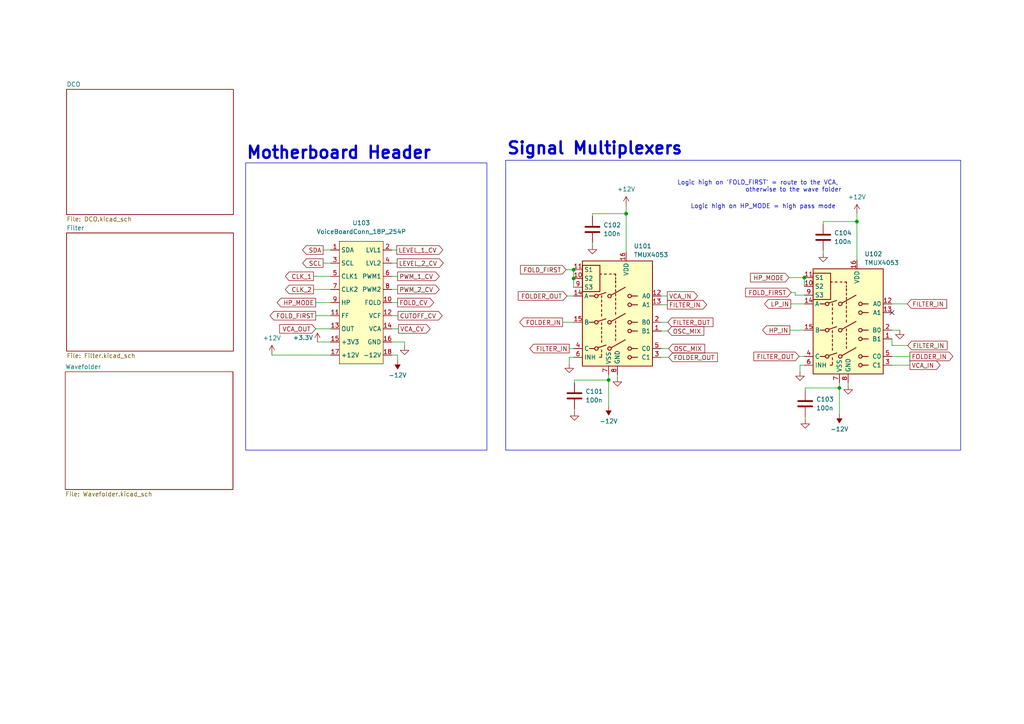
<source format=kicad_sch>
(kicad_sch (version 20230121) (generator eeschema)
  (paper "A4")
  (lib_symbols
    (symbol "Analog_Switch:TMUX4053"
      (property "Reference" "U" (at -10.16 16.51 0))
      (property "Value" "TMUX4053" (at 3.81 16.51 0))
      (symbol "TMUX4053_0_1"
        (rectangle (start -10.16 6.35) (end -5.08 13.97) (stroke (width 0.254)))
        (rectangle (start -10.16 15.24) (end 10.16 -15.24) (stroke (width 0.254)) (fill (type background)))
        (circle (center -6.096 -10.16) (radius 0.508) (stroke (width 0.254)))
        (circle (center -6.096 -2.54) (radius 0.508) (stroke (width 0.254)))
        (circle (center -6.096 5.08) (radius 0.508) (stroke (width 0.254)))
        (circle (center -2.286 -10.16) (radius 0.508) (stroke (width 0.254)))
        (circle (center -2.286 -2.54) (radius 0.508) (stroke (width 0.254)))
        (circle (center -2.286 5.08) (radius 0.508) (stroke (width 0.254)))
        (polyline (pts (xy -8.128 -10.16) (xy -6.604 -10.16)) (stroke (width 0.254)))
        (polyline (pts (xy -8.128 -2.54) (xy -6.604 -2.54)) (stroke (width 0.254)))
        (polyline (pts (xy -8.128 5.08) (xy -6.604 5.08)) (stroke (width 0.254)))
        (polyline (pts (xy -5.588 -9.906) (xy -3.302 -9.144)) (stroke (width 0.254)))
        (polyline (pts (xy -5.588 -2.286) (xy -3.302 -1.524)) (stroke (width 0.254)))
        (polyline (pts (xy -5.588 5.334) (xy -3.302 6.096)) (stroke (width 0.254)))
        (polyline (pts (xy -4.572 -12.7) (xy -5.207 -12.7)) (stroke (width 0.254)))
        (polyline (pts (xy -4.572 -12.446) (xy -4.572 -11.811)) (stroke (width 0.254)))
        (polyline (pts (xy -4.572 -11.176) (xy -4.572 -10.541)) (stroke (width 0.254)))
        (polyline (pts (xy -4.572 -8.382) (xy -4.572 -7.747)) (stroke (width 0.254)))
        (polyline (pts (xy -4.572 -7.112) (xy -4.572 -6.477)) (stroke (width 0.254)))
        (polyline (pts (xy -4.572 -5.842) (xy -4.572 -5.207)) (stroke (width 0.254)))
        (polyline (pts (xy -4.572 -4.572) (xy -4.572 -3.937)) (stroke (width 0.254)))
        (polyline (pts (xy -4.572 -3.302) (xy -4.572 -2.667)) (stroke (width 0.254)))
        (polyline (pts (xy -4.572 -0.762) (xy -4.572 -0.127)) (stroke (width 0.254)))
        (polyline (pts (xy -4.572 0.508) (xy -4.572 1.143)) (stroke (width 0.254)))
        (polyline (pts (xy -4.572 2.032) (xy -4.572 2.667)) (stroke (width 0.254)))
        (polyline (pts (xy -4.572 3.302) (xy -4.572 3.937)) (stroke (width 0.254)))
        (polyline (pts (xy -4.572 4.572) (xy -4.572 5.207)) (stroke (width 0.254)))
        (polyline (pts (xy -4.572 11.43) (xy -5.08 11.43)) (stroke (width 0.254)))
        (polyline (pts (xy -3.81 11.43) (xy -3.175 11.43)) (stroke (width 0.254)))
        (polyline (pts (xy -1.778 -9.906) (xy 2.286 -7.62)) (stroke (width 0.254)))
        (polyline (pts (xy -1.778 -2.286) (xy 2.286 0)) (stroke (width 0.254)))
        (polyline (pts (xy -1.778 5.334) (xy 2.286 7.62)) (stroke (width 0.254)))
        (polyline (pts (xy -1.778 11.43) (xy -2.286 11.43)) (stroke (width 0.254)))
        (polyline (pts (xy -0.508 -7.874) (xy -0.508 -7.239)) (stroke (width 0.254)))
        (polyline (pts (xy -0.508 -6.604) (xy -0.508 -5.969)) (stroke (width 0.254)))
        (polyline (pts (xy -0.508 -5.334) (xy -0.508 -4.699)) (stroke (width 0.254)))
        (polyline (pts (xy -0.508 -4.064) (xy -0.508 -3.429)) (stroke (width 0.254)))
        (polyline (pts (xy -0.508 -2.794) (xy -0.508 -2.159)) (stroke (width 0.254)))
        (polyline (pts (xy -0.508 -0.254) (xy -0.508 0.381)) (stroke (width 0.254)))
        (polyline (pts (xy -0.508 1.27) (xy -0.508 1.905)) (stroke (width 0.254)))
        (polyline (pts (xy -0.508 2.54) (xy -0.508 3.175)) (stroke (width 0.254)))
        (polyline (pts (xy -0.508 3.81) (xy -0.508 4.445)) (stroke (width 0.254)))
        (polyline (pts (xy -0.508 5.08) (xy -0.508 5.715)) (stroke (width 0.254)))
        (polyline (pts (xy -0.508 6.35) (xy -0.508 6.985)) (stroke (width 0.254)))
        (polyline (pts (xy -0.508 7.62) (xy -0.508 8.255)) (stroke (width 0.254)))
        (polyline (pts (xy -0.508 8.89) (xy -0.508 9.398)) (stroke (width 0.254)))
        (polyline (pts (xy -0.508 8.89) (xy -0.508 9.525)) (stroke (width 0.254)))
        (polyline (pts (xy -0.508 9.906) (xy -0.508 10.414)) (stroke (width 0.254)))
        (polyline (pts (xy -0.508 10.922) (xy -0.508 11.43)) (stroke (width 0.254)))
        (polyline (pts (xy -0.508 11.43) (xy -1.016 11.43)) (stroke (width 0.254)))
        (polyline (pts (xy 4.064 -12.7) (xy 5.842 -12.7)) (stroke (width 0.254)))
        (polyline (pts (xy 4.064 -10.16) (xy 5.842 -10.16)) (stroke (width 0.254)))
        (polyline (pts (xy 4.064 -5.08) (xy 5.842 -5.08)) (stroke (width 0.254)))
        (polyline (pts (xy 4.064 -2.54) (xy 5.842 -2.54)) (stroke (width 0.254)))
        (polyline (pts (xy 4.064 2.54) (xy 5.842 2.54)) (stroke (width 0.254)))
        (polyline (pts (xy 4.064 5.08) (xy 5.842 5.08)) (stroke (width 0.254)))
        (circle (center 3.556 -12.7) (radius 0.508) (stroke (width 0.254)))
        (circle (center 3.556 -10.16) (radius 0.508) (stroke (width 0.254)))
        (circle (center 3.556 -5.08) (radius 0.508) (stroke (width 0.254)))
        (circle (center 3.556 -2.54) (radius 0.508) (stroke (width 0.254)))
        (circle (center 3.556 2.54) (radius 0.508) (stroke (width 0.254)))
        (circle (center 3.556 5.08) (radius 0.508) (stroke (width 0.254)))
      )
      (symbol "TMUX4053_1_1"
        (pin bidirectional line (at 12.7 -5.08 180) (length 2.54) (name "B1") (number "1"))
        (pin input line (at -12.7 10.16 0) (length 2.54) (name "S2") (number "10"))
        (pin input line (at -12.7 12.7 0) (length 2.54) (name "S1") (number "11"))
        (pin bidirectional line (at 12.7 5.08 180) (length 2.54) (name "A0") (number "12"))
        (pin bidirectional line (at 12.7 2.54 180) (length 2.54) (name "A1") (number "13"))
        (pin bidirectional line (at -12.7 5.08 0) (length 2.54) (name "A") (number "14"))
        (pin bidirectional line (at -12.7 -2.54 0) (length 2.54) (name "B") (number "15"))
        (pin power_in line (at 2.54 17.78 270) (length 2.54) (name "VDD") (number "16"))
        (pin bidirectional line (at 12.7 -2.54 180) (length 2.54) (name "B0") (number "2"))
        (pin bidirectional line (at 12.7 -12.7 180) (length 2.54) (name "C1") (number "3"))
        (pin bidirectional line (at -12.7 -10.16 0) (length 2.54) (name "C") (number "4"))
        (pin bidirectional line (at 12.7 -10.16 180) (length 2.54) (name "C0") (number "5"))
        (pin input line (at -12.7 -12.7 0) (length 2.54) (name "INH") (number "6"))
        (pin power_in line (at -2.54 -17.78 90) (length 2.54) (name "VSS") (number "7"))
        (pin power_in line (at 0 -17.78 90) (length 2.54) (name "GND") (number "8"))
        (pin input line (at -12.7 7.62 0) (length 2.54) (name "S3") (number "9"))
      )
    )
    (symbol "Connector_Audio:VoiceBoardConn_18P_254P"
      (property "Reference" "U" (at 0 0 0))
      (property "Value" "VoiceBoardConn_18P_254P" (at 0 -39.37 0))
      (symbol "VoiceBoardConn_18P_254P_1_1"
        (rectangle (start -6.35 26.67) (end 6.35 -8.89) (fill (type background)))
        (pin passive line (at -8.89 24.13 0) (length 2.54) (name "SDA") (number "1"))
        (pin passive line (at 8.89 8.89 180) (length 2.54) (name "FOLD") (number "10"))
        (pin passive line (at -8.89 5.08 0) (length 2.54) (name "FF") (number "11"))
        (pin passive line (at 8.89 5.08 180) (length 2.54) (name "VCF") (number "12"))
        (pin passive line (at -8.89 1.27 0) (length 2.54) (name "OUT") (number "13"))
        (pin passive line (at 8.89 1.27 180) (length 2.54) (name "VCA") (number "14"))
        (pin passive line (at -8.89 -2.54 0) (length 2.54) (name "+3V3") (number "15"))
        (pin passive line (at 8.89 -2.54 180) (length 2.54) (name "GND") (number "16"))
        (pin passive line (at -8.89 -6.35 0) (length 2.54) (name "+12V") (number "17"))
        (pin passive line (at 8.89 -6.35 180) (length 2.54) (name "-12V") (number "18"))
        (pin passive line (at 8.89 24.13 180) (length 2.54) (name "LVL1") (number "2"))
        (pin passive line (at -8.89 20.32 0) (length 2.54) (name "SCL") (number "3"))
        (pin passive line (at 8.89 20.32 180) (length 2.54) (name "LVL2") (number "4"))
        (pin passive line (at -8.89 16.51 0) (length 2.54) (name "CLK1") (number "5"))
        (pin passive line (at 8.89 16.51 180) (length 2.54) (name "PWM1") (number "6"))
        (pin passive line (at -8.89 12.7 0) (length 2.54) (name "CLK2") (number "7"))
        (pin passive line (at 8.89 12.7 180) (length 2.54) (name "PWM2") (number "8"))
        (pin passive line (at -8.89 8.89 0) (length 2.54) (name "HP") (number "9"))
      )
    )
    (symbol "Device:C" (pin_numbers hide) (pin_names (offset 0.254))
      (property "Reference" "C" (at 0.635 2.54 0))
      (property "Value" "C" (at 0.635 -2.54 0))
      (symbol "C_0_1"
        (polyline (pts (xy -2.032 -0.762) (xy 2.032 -0.762)) (stroke (width 0.508)))
        (polyline (pts (xy -2.032 0.762) (xy 2.032 0.762)) (stroke (width 0.508)))
      )
      (symbol "C_1_1"
        (pin passive line (at 0 3.81 270) (length 2.794) (name "~") (number "1"))
        (pin passive line (at 0 -3.81 90) (length 2.794) (name "~") (number "2"))
      )
    )
    (symbol "power:+12V" (power) (pin_names (offset 0))
      (property "Value" "+12V" (at 0 3.556 0))
      (symbol "+12V_0_1"
        (polyline (pts (xy -0.762 1.27) (xy 0 2.54)))
        (polyline (pts (xy 0 0) (xy 0 2.54)))
        (polyline (pts (xy 0 2.54) (xy 0.762 1.27)))
      )
      (symbol "+12V_1_1"
        (pin power_in line (at 0 0 90) (length 0) hide (name "+12V") (number "1"))
      )
    )
    (symbol "power:+3.3V" (power) (pin_names (offset 0))
      (property "Value" "+3.3V" (at 0 3.556 0))
      (symbol "+3.3V_0_1"
        (polyline (pts (xy -0.762 1.27) (xy 0 2.54)))
        (polyline (pts (xy 0 0) (xy 0 2.54)))
        (polyline (pts (xy 0 2.54) (xy 0.762 1.27)))
      )
      (symbol "+3.3V_1_1"
        (pin power_in line (at 0 0 90) (length 0) hide (name "+3.3V") (number "1"))
      )
    )
    (symbol "power:-12V" (power) (pin_names (offset 0))
      (property "Value" "-12V" (at 0 3.81 0))
      (symbol "-12V_0_0"
        (pin power_in line (at 0 0 90) (length 0) hide (name "-12V") (number "1"))
      )
      (symbol "-12V_0_1"
        (polyline (pts (xy 0 0) (xy 0 1.27) (xy 0.762 1.27) (xy 0 2.54) (xy -0.762 1.27) (xy 0 1.27)) (fill (type outline)))
      )
    )
    (symbol "power:GND" (power) (pin_names (offset 0))
      (symbol "GND_0_1"
        (polyline (pts (xy 0 0) (xy 0 -1.27) (xy 1.27 -1.27) (xy 0 -2.54) (xy -1.27 -1.27) (xy 0 -1.27)))
      )
      (symbol "GND_1_1"
        (pin power_in line (at 0 0 270) (length 0) hide (name "GND") (number "1"))
      )
    )
  )
  (junction (at 166.37 78.232))
  (junction (at 248.539 64.262))
  (junction (at 243.459 112.522))
  (junction (at 166.37 80.772))
  (junction (at 233.299 80.518))
  (junction (at 181.61 61.976))
  (junction (at 176.53 110.236))
  (no_connect (at 258.699 90.678))
  (wire (pts (xy 263.906 105.918) (xy 258.699 105.918)))
  (wire (pts (xy 78.867 102.743) (xy 78.867 102.997)))
  (wire (pts (xy 115.316 102.997) (xy 115.316 104.521)))
  (wire (pts (xy 191.77 85.852) (xy 193.548 85.852)))
  (wire (pts (xy 230.632 84.836) (xy 230.632 85.598)))
  (wire (pts (xy 93.726 76.327) (xy 95.885 76.327)))
  (wire (pts (xy 229.108 95.758) (xy 233.299 95.758)))
  (wire (pts (xy 171.831 61.976) (xy 181.61 61.976)))
  (wire (pts (xy 92.075 99.187) (xy 95.885 99.187)))
  (wire (pts (xy 91.567 91.567) (xy 95.885 91.567)))
  (wire (pts (xy 228.854 80.518) (xy 233.299 80.518)))
  (wire (pts (xy 163.195 93.472) (xy 166.37 93.472)))
  (wire (pts (xy 113.665 72.517) (xy 115.062 72.517)))
  (wire (pts (xy 238.76 72.644) (xy 238.76 73.406)))
  (wire (pts (xy 233.553 112.522) (xy 243.459 112.522)))
  (wire (pts (xy 91.567 95.377) (xy 95.885 95.377)))
  (wire (pts (xy 171.831 70.358) (xy 171.831 71.12)))
  (wire (pts (xy 191.77 88.392) (xy 193.548 88.392)))
  (wire (pts (xy 165.1 101.092) (xy 166.37 101.092)))
  (wire (pts (xy 165.1 103.632) (xy 166.37 103.632)))
  (wire (pts (xy 243.459 112.522) (xy 243.459 110.998)))
  (wire (pts (xy 258.699 103.378) (xy 263.906 103.378)))
  (wire (pts (xy 176.53 110.236) (xy 176.53 108.712)))
  (wire (pts (xy 166.624 110.236) (xy 176.53 110.236)))
  (wire (pts (xy 245.999 110.998) (xy 245.999 111.76)))
  (wire (pts (xy 233.553 120.904) (xy 233.553 121.666)))
  (wire (pts (xy 232.029 105.918) (xy 233.299 105.918)))
  (wire (pts (xy 179.07 108.712) (xy 179.07 109.474)))
  (wire (pts (xy 263.144 88.138) (xy 258.699 88.138)))
  (wire (pts (xy 166.37 80.772) (xy 166.37 83.312)))
  (wire (pts (xy 164.465 85.852) (xy 166.37 85.852)))
  (wire (pts (xy 243.459 112.522) (xy 243.459 120.142)))
  (wire (pts (xy 191.77 101.092) (xy 193.929 101.092)))
  (wire (pts (xy 258.699 98.298) (xy 258.699 100.203)))
  (wire (pts (xy 233.553 113.284) (xy 233.553 112.522)))
  (wire (pts (xy 176.53 110.236) (xy 176.53 117.856)))
  (wire (pts (xy 166.624 118.618) (xy 166.624 119.38)))
  (wire (pts (xy 233.299 80.518) (xy 233.299 83.058)))
  (wire (pts (xy 113.665 76.327) (xy 115.189 76.327)))
  (wire (pts (xy 113.665 83.947) (xy 115.316 83.947)))
  (wire (pts (xy 248.539 61.849) (xy 248.539 64.262)))
  (wire (pts (xy 78.867 102.997) (xy 95.885 102.997)))
  (wire (pts (xy 238.76 64.262) (xy 248.539 64.262)))
  (wire (pts (xy 165.1 105.537) (xy 165.1 103.632)))
  (wire (pts (xy 113.665 87.757) (xy 115.316 87.757)))
  (wire (pts (xy 164.211 78.232) (xy 166.37 78.232)))
  (wire (pts (xy 229.489 84.836) (xy 230.632 84.836)))
  (wire (pts (xy 90.932 83.947) (xy 95.885 83.947)))
  (wire (pts (xy 113.665 95.377) (xy 115.57 95.377)))
  (wire (pts (xy 91.567 87.757) (xy 95.885 87.757)))
  (wire (pts (xy 181.61 61.976) (xy 181.61 73.152)))
  (wire (pts (xy 191.77 103.632) (xy 193.929 103.632)))
  (wire (pts (xy 181.61 59.563) (xy 181.61 61.976)))
  (wire (pts (xy 230.632 85.598) (xy 233.299 85.598)))
  (wire (pts (xy 113.665 80.137) (xy 115.316 80.137)))
  (wire (pts (xy 258.699 95.758) (xy 260.985 95.758)))
  (wire (pts (xy 166.624 110.998) (xy 166.624 110.236)))
  (wire (pts (xy 191.77 93.472) (xy 193.675 93.472)))
  (wire (pts (xy 113.665 91.567) (xy 115.443 91.567)))
  (wire (pts (xy 232.029 107.823) (xy 232.029 105.918)))
  (wire (pts (xy 238.76 65.024) (xy 238.76 64.262)))
  (wire (pts (xy 258.699 100.203) (xy 263.271 100.203)))
  (wire (pts (xy 229.362 88.138) (xy 233.299 88.138)))
  (wire (pts (xy 93.726 72.517) (xy 95.885 72.517)))
  (wire (pts (xy 231.775 103.378) (xy 233.299 103.378)))
  (wire (pts (xy 113.665 99.187) (xy 117.348 99.187)))
  (wire (pts (xy 191.77 96.012) (xy 193.675 96.012)))
  (wire (pts (xy 113.665 102.997) (xy 115.316 102.997)))
  (wire (pts (xy 166.37 78.232) (xy 166.37 80.772)))
  (wire (pts (xy 117.348 99.187) (xy 117.348 100.33)))
  (wire (pts (xy 248.539 64.262) (xy 248.539 75.438)))
  (wire (pts (xy 171.831 62.738) (xy 171.831 61.976)))
  (wire (pts (xy 90.932 80.137) (xy 95.885 80.137)))
  (rectangle (start 146.685 46.482) (end 278.638 130.556))
  (rectangle (start 71.247 47.244) (end 141.224 130.556))
  (text "Logic high on HP_MODE = high pass mode" (at 200.279 60.706 0) (effects (font (size 1.27 1.27)) (justify left bottom)))
  (text "Motherboard Header" (at 71.247 46.482 0) (effects (font (size 3.5 3.5) (thickness 0.7) bold) (justify left bottom)))
  (text "Logic high on 'FOLD_FIRST' = route to the VCA, \notherwise to the wave folder" (at 244.094 55.88 0) (effects (font (size 1.27 1.27)) (justify right bottom)))
  (text "Signal Multiplexers" (at 146.812 45.212 0) (effects (font (size 3.5 3.5) (thickness 0.7) bold) (justify left bottom)))
  (global_label "FOLDER_IN" (shape output) (at 163.195 93.472 180) (property "Intersheetrefs" "${INTERSHEET_REFS}" (effects hide)))
  (global_label "FILTER_OUT" (shape input) (at 193.675 93.472 0) (property "Intersheetrefs" "${INTERSHEET_REFS}" (effects hide)))
  (global_label "FOLD_FIRST" (shape output) (at 91.567 91.567 180) (property "Intersheetrefs" "${INTERSHEET_REFS}" (effects hide)))
  (global_label "PWM_1_CV" (shape output) (at 115.316 80.137 0) (property "Intersheetrefs" "${INTERSHEET_REFS}" (effects hide)))
  (global_label "VCA_CV" (shape output) (at 115.57 95.377 0) (property "Intersheetrefs" "${INTERSHEET_REFS}" (effects hide)))
  (global_label "VCA_OUT" (shape input) (at 91.567 95.377 180) (property "Intersheetrefs" "${INTERSHEET_REFS}" (effects hide)))
  (global_label "HP_MODE" (shape input) (at 228.854 80.518 180) (property "Intersheetrefs" "${INTERSHEET_REFS}" (effects hide)))
  (global_label "VCA_IN" (shape output) (at 263.906 105.918 0) (property "Intersheetrefs" "${INTERSHEET_REFS}" (effects hide)))
  (global_label "CLK_1" (shape output) (at 90.932 80.137 180) (property "Intersheetrefs" "${INTERSHEET_REFS}" (effects hide)))
  (global_label "LEVEL_2_CV" (shape output) (at 115.189 76.327 0) (property "Intersheetrefs" "${INTERSHEET_REFS}" (effects hide)))
  (global_label "FOLD_FIRST" (shape input) (at 229.489 84.836 180) (property "Intersheetrefs" "${INTERSHEET_REFS}" (effects hide)))
  (global_label "FILTER_OUT" (shape input) (at 231.775 103.378 180) (property "Intersheetrefs" "${INTERSHEET_REFS}" (effects hide)))
  (global_label "LP_IN" (shape output) (at 229.362 88.138 180) (property "Intersheetrefs" "${INTERSHEET_REFS}" (effects hide)))
  (global_label "OSC_MIX" (shape input) (at 193.929 101.092 0) (property "Intersheetrefs" "${INTERSHEET_REFS}" (effects hide)))
  (global_label "SCL" (shape output) (at 93.726 76.327 180) (property "Intersheetrefs" "${INTERSHEET_REFS}" (effects hide)))
  (global_label "FILTER_IN" (shape output) (at 165.1 101.092 180) (property "Intersheetrefs" "${INTERSHEET_REFS}" (effects hide)))
  (global_label "PWM_2_CV" (shape output) (at 115.316 83.947 0) (property "Intersheetrefs" "${INTERSHEET_REFS}" (effects hide)))
  (global_label "CLK_2" (shape output) (at 90.932 83.947 180) (property "Intersheetrefs" "${INTERSHEET_REFS}" (effects hide)))
  (global_label "FOLDER_OUT" (shape input) (at 164.465 85.852 180) (property "Intersheetrefs" "${INTERSHEET_REFS}" (effects hide)))
  (global_label "FOLDER_OUT" (shape input) (at 193.929 103.632 0) (property "Intersheetrefs" "${INTERSHEET_REFS}" (effects hide)))
  (global_label "HP_MODE" (shape output) (at 91.567 87.757 180) (property "Intersheetrefs" "${INTERSHEET_REFS}" (effects hide)))
  (global_label "OSC_MIX" (shape input) (at 193.675 96.012 0) (property "Intersheetrefs" "${INTERSHEET_REFS}" (effects hide)))
  (global_label "CUTOFF_CV" (shape output) (at 115.443 91.567 0) (property "Intersheetrefs" "${INTERSHEET_REFS}" (effects hide)))
  (global_label "HP_IN" (shape output) (at 229.108 95.758 180) (property "Intersheetrefs" "${INTERSHEET_REFS}" (effects hide)))
  (global_label "LEVEL_1_CV" (shape output) (at 115.062 72.517 0) (property "Intersheetrefs" "${INTERSHEET_REFS}" (effects hide)))
  (global_label "FOLD_FIRST" (shape input) (at 164.211 78.232 180) (property "Intersheetrefs" "${INTERSHEET_REFS}" (effects hide)))
  (global_label "FILTER_IN" (shape input) (at 263.271 100.203 0) (property "Intersheetrefs" "${INTERSHEET_REFS}" (effects hide)))
  (global_label "FOLD_CV" (shape output) (at 115.316 87.757 0) (property "Intersheetrefs" "${INTERSHEET_REFS}" (effects hide)))
  (global_label "SDA" (shape output) (at 93.726 72.517 180) (property "Intersheetrefs" "${INTERSHEET_REFS}" (effects hide)))
  (global_label "VCA_IN" (shape output) (at 193.548 85.852 0) (property "Intersheetrefs" "${INTERSHEET_REFS}" (effects hide)))
  (global_label "FILTER_IN" (shape input) (at 263.144 88.138 0) (property "Intersheetrefs" "${INTERSHEET_REFS}" (effects hide)))
  (global_label "FOLDER_IN" (shape output) (at 263.906 103.378 0) (property "Intersheetrefs" "${INTERSHEET_REFS}" (effects hide)))
  (global_label "FILTER_IN" (shape output) (at 193.548 88.392 0) (property "Intersheetrefs" "${INTERSHEET_REFS}" (effects hide)))
  (symbol (lib_id "power:GND") (at 171.831 71.12 0) (unit 1)
    (property "Reference" "#PWR0107" (effects hide))
    (property "Value" "GND" (effects hide))
  )
  (symbol (lib_id "power:GND") (at 165.1 105.537 0) (unit 1)
    (property "Reference" "#PWR0105" (effects hide))
    (property "Value" "GND" (effects hide))
  )
  (symbol (lib_id "power:GND") (at 232.029 107.823 0) (unit 1)
    (property "Reference" "#PWR0111" (effects hide))
    (property "Value" "GND" (effects hide))
  )
  (symbol (lib_id "Device:C") (at 171.831 66.548 0) (unit 1)
    (property "Reference" "C102" (at 175.006 65.278 0) (effects (justify left)))
    (property "Value" "100n" (at 175.006 67.818 0) (effects (justify left)))
    (property "Footprint" "Capacitor_SMD:C_0805_2012Metric" (effects hide))
  )
  (symbol (lib_id "Analog_Switch:TMUX4053") (at 179.07 90.932 0) (unit 1)
    (property "Reference" "U101" (at 183.8041 71.374 0) (effects (justify left)))
    (property "Value" "TMUX4053" (at 183.8041 73.914 0) (effects (justify left)))
    (property "Footprint" "Package_SO:TSSOP-16_4.4x5mm_P0.65mm" (effects hide))
    (property "Datasheet" "http://www.ti.com/lit/ds/symlink/cd4052b.pdf" (effects hide))
  )
  (symbol (lib_id "power:-12V") (at 243.459 120.142 180) (unit 1)
    (property "Reference" "#PWR0114" (effects hide))
    (property "Value" "-12V" (at 243.459 124.46 0))
  )
  (symbol (lib_id "power:+12V") (at 78.867 102.743 0) (unit 1)
    (property "Reference" "#PWR0119" (effects hide))
    (property "Value" "+12V" (at 78.867 98.044 0))
  )
  (symbol (lib_id "power:+3.3V") (at 92.075 99.187 0) (unit 1)
    (property "Reference" "#PWR0118" (effects hide))
    (property "Value" "+3.3V" (at 87.884 97.917 0))
  )
  (symbol (lib_id "power:+12V") (at 181.61 59.563 0) (unit 1)
    (property "Reference" "#PWR0110" (effects hide))
    (property "Value" "+12V" (at 181.61 54.864 0))
  )
  (symbol (lib_id "power:GND") (at 260.985 95.758 0) (unit 1)
    (property "Reference" "#PWR0117" (effects hide))
    (property "Value" "GND" (effects hide))
  )
  (symbol (lib_id "power:-12V") (at 176.53 117.856 180) (unit 1)
    (property "Reference" "#PWR0108" (effects hide))
    (property "Value" "-12V" (at 176.53 122.174 0))
  )
  (symbol (lib_id "Device:C") (at 238.76 68.834 0) (unit 1)
    (property "Reference" "C104" (at 241.935 67.564 0) (effects (justify left)))
    (property "Value" "100n" (at 241.935 70.104 0) (effects (justify left)))
    (property "Footprint" "Capacitor_SMD:C_0805_2012Metric" (effects hide))
  )
  (symbol (lib_id "power:-12V") (at 115.316 104.521 180) (unit 1)
    (property "Reference" "#PWR0120" (effects hide))
    (property "Value" "-12V" (at 115.316 108.839 0))
  )
  (symbol (lib_id "power:GND") (at 117.348 100.33 0) (unit 1)
    (property "Reference" "#PWR0121" (effects hide))
    (property "Value" "GND" (effects hide))
  )
  (symbol (lib_id "Device:C") (at 233.553 117.094 0) (unit 1)
    (property "Reference" "C103" (at 236.728 115.824 0) (effects (justify left)))
    (property "Value" "100n" (at 236.728 118.364 0) (effects (justify left)))
    (property "Footprint" "Capacitor_SMD:C_0805_2012Metric" (effects hide))
  )
  (symbol (lib_id "power:GND") (at 245.999 111.76 0) (unit 1)
    (property "Reference" "#PWR0115" (effects hide))
    (property "Value" "GND" (effects hide))
  )
  (symbol (lib_id "Analog_Switch:TMUX4053") (at 245.999 93.218 0) (unit 1)
    (property "Reference" "U102" (at 250.7331 73.66 0) (effects (justify left)))
    (property "Value" "TMUX4053" (at 250.7331 76.2 0) (effects (justify left)))
    (property "Footprint" "Package_SO:TSSOP-16_4.4x5mm_P0.65mm" (effects hide))
    (property "Datasheet" "http://www.ti.com/lit/ds/symlink/cd4052b.pdf" (effects hide))
  )
  (symbol (lib_id "Device:C") (at 166.624 114.808 0) (unit 1)
    (property "Reference" "C101" (at 169.799 113.538 0) (effects (justify left)))
    (property "Value" "100n" (at 169.799 116.078 0) (effects (justify left)))
    (property "Footprint" "Capacitor_SMD:C_0805_2012Metric" (effects hide))
  )
  (symbol (lib_id "power:+12V") (at 248.539 61.849 0) (unit 1)
    (property "Reference" "#PWR0116" (effects hide))
    (property "Value" "+12V" (at 248.539 57.15 0))
  )
  (symbol (lib_id "power:GND") (at 166.624 119.38 0) (unit 1)
    (property "Reference" "#PWR0106" (effects hide))
    (property "Value" "GND" (effects hide))
  )
  (symbol (lib_id "power:GND") (at 233.553 121.666 0) (unit 1)
    (property "Reference" "#PWR0112" (effects hide))
    (property "Value" "GND" (effects hide))
  )
  (symbol (lib_id "power:GND") (at 238.76 73.406 0) (unit 1)
    (property "Reference" "#PWR0113" (effects hide))
    (property "Value" "GND" (effects hide))
  )
  (symbol (lib_id "power:GND") (at 179.07 109.474 0) (unit 1)
    (property "Reference" "#PWR0109" (effects hide))
    (property "Value" "GND" (effects hide))
  )
  (symbol (lib_id "Connector_Audio:VoiceBoardConn_18P_254P") (at 104.775 96.647 0) (unit 1)
    (property "Reference" "U103" (at 104.775 64.643 0))
    (property "Value" "VoiceBoardConn_18P_254P" (at 104.775 67.183 0))
    (property "Footprint" "Connector_PinHeader_2.54mm:PinHeader_2x09_P2.54mm_Vertical" (effects hide))
  )
  (sheet (at 18.923 107.823) (size 48.641 34.163) (stroke (width 0.1524))
    (property "Sheetname" "Wavefolder" (at 18.923 107.1114 0) (effects (justify left bottom)))
    (property "Sheetfile" "Wavefolder.kicad_sch" (at 18.923 142.5706 0) (effects (justify left top)))
  )
  (sheet (at 19.304 25.908) (size 48.387 36.322) (stroke (width 0.1524))
    (property "Sheetname" "DCO" (at 19.304 25.1964 0) (effects (justify left bottom)))
    (property "Sheetfile" "DCO.kicad_sch" (at 19.304 62.8146 0) (effects (justify left top)))
  )
  (sheet (at 19.304 67.564) (size 48.387 34.29) (stroke (width 0.1524))
    (property "Sheetname" "Filter" (at 19.304 66.8524 0) (effects (justify left bottom)))
    (property "Sheetfile" "Filter.kicad_sch" (at 19.304 102.4386 0) (effects (justify left top)))
  )
)
</source>
